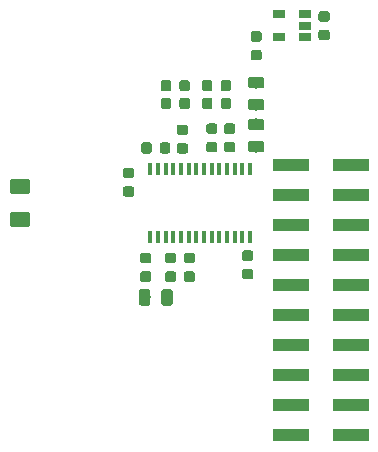
<source format=gbp>
G04 #@! TF.GenerationSoftware,KiCad,Pcbnew,5.1.0*
G04 #@! TF.CreationDate,2019-04-16T15:55:50+02:00*
G04 #@! TF.ProjectId,KXKM_audio_board_for_ESP32,4b584b4d-5f61-4756-9469-6f5f626f6172,1.0*
G04 #@! TF.SameCoordinates,PX82a7440PY6f94740*
G04 #@! TF.FileFunction,Paste,Bot*
G04 #@! TF.FilePolarity,Positive*
%FSLAX46Y46*%
G04 Gerber Fmt 4.6, Leading zero omitted, Abs format (unit mm)*
G04 Created by KiCad (PCBNEW 5.1.0) date 2019-04-16 15:55:50*
%MOMM*%
%LPD*%
G04 APERTURE LIST*
%ADD10C,0.100000*%
%ADD11C,0.875000*%
%ADD12C,0.975000*%
%ADD13R,1.060000X0.650000*%
%ADD14R,3.150000X1.000000*%
%ADD15C,1.250000*%
%ADD16R,0.400000X1.100000*%
G04 APERTURE END LIST*
D10*
G36*
X22277691Y26623947D02*
G01*
X22298926Y26620797D01*
X22319750Y26615581D01*
X22339962Y26608349D01*
X22359368Y26599170D01*
X22377781Y26588134D01*
X22395024Y26575346D01*
X22410930Y26560930D01*
X22425346Y26545024D01*
X22438134Y26527781D01*
X22449170Y26509368D01*
X22458349Y26489962D01*
X22465581Y26469750D01*
X22470797Y26448926D01*
X22473947Y26427691D01*
X22475000Y26406250D01*
X22475000Y25893750D01*
X22473947Y25872309D01*
X22470797Y25851074D01*
X22465581Y25830250D01*
X22458349Y25810038D01*
X22449170Y25790632D01*
X22438134Y25772219D01*
X22425346Y25754976D01*
X22410930Y25739070D01*
X22395024Y25724654D01*
X22377781Y25711866D01*
X22359368Y25700830D01*
X22339962Y25691651D01*
X22319750Y25684419D01*
X22298926Y25679203D01*
X22277691Y25676053D01*
X22256250Y25675000D01*
X21818750Y25675000D01*
X21797309Y25676053D01*
X21776074Y25679203D01*
X21755250Y25684419D01*
X21735038Y25691651D01*
X21715632Y25700830D01*
X21697219Y25711866D01*
X21679976Y25724654D01*
X21664070Y25739070D01*
X21649654Y25754976D01*
X21636866Y25772219D01*
X21625830Y25790632D01*
X21616651Y25810038D01*
X21609419Y25830250D01*
X21604203Y25851074D01*
X21601053Y25872309D01*
X21600000Y25893750D01*
X21600000Y26406250D01*
X21601053Y26427691D01*
X21604203Y26448926D01*
X21609419Y26469750D01*
X21616651Y26489962D01*
X21625830Y26509368D01*
X21636866Y26527781D01*
X21649654Y26545024D01*
X21664070Y26560930D01*
X21679976Y26575346D01*
X21697219Y26588134D01*
X21715632Y26599170D01*
X21735038Y26608349D01*
X21755250Y26615581D01*
X21776074Y26620797D01*
X21797309Y26623947D01*
X21818750Y26625000D01*
X22256250Y26625000D01*
X22277691Y26623947D01*
X22277691Y26623947D01*
G37*
D11*
X22037500Y26150000D03*
D10*
G36*
X20702691Y26623947D02*
G01*
X20723926Y26620797D01*
X20744750Y26615581D01*
X20764962Y26608349D01*
X20784368Y26599170D01*
X20802781Y26588134D01*
X20820024Y26575346D01*
X20835930Y26560930D01*
X20850346Y26545024D01*
X20863134Y26527781D01*
X20874170Y26509368D01*
X20883349Y26489962D01*
X20890581Y26469750D01*
X20895797Y26448926D01*
X20898947Y26427691D01*
X20900000Y26406250D01*
X20900000Y25893750D01*
X20898947Y25872309D01*
X20895797Y25851074D01*
X20890581Y25830250D01*
X20883349Y25810038D01*
X20874170Y25790632D01*
X20863134Y25772219D01*
X20850346Y25754976D01*
X20835930Y25739070D01*
X20820024Y25724654D01*
X20802781Y25711866D01*
X20784368Y25700830D01*
X20764962Y25691651D01*
X20744750Y25684419D01*
X20723926Y25679203D01*
X20702691Y25676053D01*
X20681250Y25675000D01*
X20243750Y25675000D01*
X20222309Y25676053D01*
X20201074Y25679203D01*
X20180250Y25684419D01*
X20160038Y25691651D01*
X20140632Y25700830D01*
X20122219Y25711866D01*
X20104976Y25724654D01*
X20089070Y25739070D01*
X20074654Y25754976D01*
X20061866Y25772219D01*
X20050830Y25790632D01*
X20041651Y25810038D01*
X20034419Y25830250D01*
X20029203Y25851074D01*
X20026053Y25872309D01*
X20025000Y25893750D01*
X20025000Y26406250D01*
X20026053Y26427691D01*
X20029203Y26448926D01*
X20034419Y26469750D01*
X20041651Y26489962D01*
X20050830Y26509368D01*
X20061866Y26527781D01*
X20074654Y26545024D01*
X20089070Y26560930D01*
X20104976Y26575346D01*
X20122219Y26588134D01*
X20140632Y26599170D01*
X20160038Y26608349D01*
X20180250Y26615581D01*
X20201074Y26620797D01*
X20222309Y26623947D01*
X20243750Y26625000D01*
X20681250Y26625000D01*
X20702691Y26623947D01*
X20702691Y26623947D01*
G37*
D11*
X20462500Y26150000D03*
D10*
G36*
X30230142Y26748826D02*
G01*
X30253803Y26745316D01*
X30277007Y26739504D01*
X30299529Y26731446D01*
X30321153Y26721218D01*
X30341670Y26708921D01*
X30360883Y26694671D01*
X30378607Y26678607D01*
X30394671Y26660883D01*
X30408921Y26641670D01*
X30421218Y26621153D01*
X30431446Y26599529D01*
X30439504Y26577007D01*
X30445316Y26553803D01*
X30448826Y26530142D01*
X30450000Y26506250D01*
X30450000Y26018750D01*
X30448826Y25994858D01*
X30445316Y25971197D01*
X30439504Y25947993D01*
X30431446Y25925471D01*
X30421218Y25903847D01*
X30408921Y25883330D01*
X30394671Y25864117D01*
X30378607Y25846393D01*
X30360883Y25830329D01*
X30341670Y25816079D01*
X30321153Y25803782D01*
X30299529Y25793554D01*
X30277007Y25785496D01*
X30253803Y25779684D01*
X30230142Y25776174D01*
X30206250Y25775000D01*
X29293750Y25775000D01*
X29269858Y25776174D01*
X29246197Y25779684D01*
X29222993Y25785496D01*
X29200471Y25793554D01*
X29178847Y25803782D01*
X29158330Y25816079D01*
X29139117Y25830329D01*
X29121393Y25846393D01*
X29105329Y25864117D01*
X29091079Y25883330D01*
X29078782Y25903847D01*
X29068554Y25925471D01*
X29060496Y25947993D01*
X29054684Y25971197D01*
X29051174Y25994858D01*
X29050000Y26018750D01*
X29050000Y26506250D01*
X29051174Y26530142D01*
X29054684Y26553803D01*
X29060496Y26577007D01*
X29068554Y26599529D01*
X29078782Y26621153D01*
X29091079Y26641670D01*
X29105329Y26660883D01*
X29121393Y26678607D01*
X29139117Y26694671D01*
X29158330Y26708921D01*
X29178847Y26721218D01*
X29200471Y26731446D01*
X29222993Y26739504D01*
X29246197Y26745316D01*
X29269858Y26748826D01*
X29293750Y26750000D01*
X30206250Y26750000D01*
X30230142Y26748826D01*
X30230142Y26748826D01*
G37*
D12*
X29750000Y26262500D03*
D10*
G36*
X30230142Y28623826D02*
G01*
X30253803Y28620316D01*
X30277007Y28614504D01*
X30299529Y28606446D01*
X30321153Y28596218D01*
X30341670Y28583921D01*
X30360883Y28569671D01*
X30378607Y28553607D01*
X30394671Y28535883D01*
X30408921Y28516670D01*
X30421218Y28496153D01*
X30431446Y28474529D01*
X30439504Y28452007D01*
X30445316Y28428803D01*
X30448826Y28405142D01*
X30450000Y28381250D01*
X30450000Y27893750D01*
X30448826Y27869858D01*
X30445316Y27846197D01*
X30439504Y27822993D01*
X30431446Y27800471D01*
X30421218Y27778847D01*
X30408921Y27758330D01*
X30394671Y27739117D01*
X30378607Y27721393D01*
X30360883Y27705329D01*
X30341670Y27691079D01*
X30321153Y27678782D01*
X30299529Y27668554D01*
X30277007Y27660496D01*
X30253803Y27654684D01*
X30230142Y27651174D01*
X30206250Y27650000D01*
X29293750Y27650000D01*
X29269858Y27651174D01*
X29246197Y27654684D01*
X29222993Y27660496D01*
X29200471Y27668554D01*
X29178847Y27678782D01*
X29158330Y27691079D01*
X29139117Y27705329D01*
X29121393Y27721393D01*
X29105329Y27739117D01*
X29091079Y27758330D01*
X29078782Y27778847D01*
X29068554Y27800471D01*
X29060496Y27822993D01*
X29054684Y27846197D01*
X29051174Y27869858D01*
X29050000Y27893750D01*
X29050000Y28381250D01*
X29051174Y28405142D01*
X29054684Y28428803D01*
X29060496Y28452007D01*
X29068554Y28474529D01*
X29078782Y28496153D01*
X29091079Y28516670D01*
X29105329Y28535883D01*
X29121393Y28553607D01*
X29139117Y28569671D01*
X29158330Y28583921D01*
X29178847Y28596218D01*
X29200471Y28606446D01*
X29222993Y28614504D01*
X29246197Y28620316D01*
X29269858Y28623826D01*
X29293750Y28625000D01*
X30206250Y28625000D01*
X30230142Y28623826D01*
X30230142Y28623826D01*
G37*
D12*
X29750000Y28137500D03*
D13*
X31650000Y37450000D03*
X31650000Y35550000D03*
X33850000Y35550000D03*
X33850000Y36500000D03*
X33850000Y37450000D03*
D10*
G36*
X24377691Y15698947D02*
G01*
X24398926Y15695797D01*
X24419750Y15690581D01*
X24439962Y15683349D01*
X24459368Y15674170D01*
X24477781Y15663134D01*
X24495024Y15650346D01*
X24510930Y15635930D01*
X24525346Y15620024D01*
X24538134Y15602781D01*
X24549170Y15584368D01*
X24558349Y15564962D01*
X24565581Y15544750D01*
X24570797Y15523926D01*
X24573947Y15502691D01*
X24575000Y15481250D01*
X24575000Y15043750D01*
X24573947Y15022309D01*
X24570797Y15001074D01*
X24565581Y14980250D01*
X24558349Y14960038D01*
X24549170Y14940632D01*
X24538134Y14922219D01*
X24525346Y14904976D01*
X24510930Y14889070D01*
X24495024Y14874654D01*
X24477781Y14861866D01*
X24459368Y14850830D01*
X24439962Y14841651D01*
X24419750Y14834419D01*
X24398926Y14829203D01*
X24377691Y14826053D01*
X24356250Y14825000D01*
X23843750Y14825000D01*
X23822309Y14826053D01*
X23801074Y14829203D01*
X23780250Y14834419D01*
X23760038Y14841651D01*
X23740632Y14850830D01*
X23722219Y14861866D01*
X23704976Y14874654D01*
X23689070Y14889070D01*
X23674654Y14904976D01*
X23661866Y14922219D01*
X23650830Y14940632D01*
X23641651Y14960038D01*
X23634419Y14980250D01*
X23629203Y15001074D01*
X23626053Y15022309D01*
X23625000Y15043750D01*
X23625000Y15481250D01*
X23626053Y15502691D01*
X23629203Y15523926D01*
X23634419Y15544750D01*
X23641651Y15564962D01*
X23650830Y15584368D01*
X23661866Y15602781D01*
X23674654Y15620024D01*
X23689070Y15635930D01*
X23704976Y15650346D01*
X23722219Y15663134D01*
X23740632Y15674170D01*
X23760038Y15683349D01*
X23780250Y15690581D01*
X23801074Y15695797D01*
X23822309Y15698947D01*
X23843750Y15700000D01*
X24356250Y15700000D01*
X24377691Y15698947D01*
X24377691Y15698947D01*
G37*
D11*
X24100000Y15262500D03*
D10*
G36*
X24377691Y17273947D02*
G01*
X24398926Y17270797D01*
X24419750Y17265581D01*
X24439962Y17258349D01*
X24459368Y17249170D01*
X24477781Y17238134D01*
X24495024Y17225346D01*
X24510930Y17210930D01*
X24525346Y17195024D01*
X24538134Y17177781D01*
X24549170Y17159368D01*
X24558349Y17139962D01*
X24565581Y17119750D01*
X24570797Y17098926D01*
X24573947Y17077691D01*
X24575000Y17056250D01*
X24575000Y16618750D01*
X24573947Y16597309D01*
X24570797Y16576074D01*
X24565581Y16555250D01*
X24558349Y16535038D01*
X24549170Y16515632D01*
X24538134Y16497219D01*
X24525346Y16479976D01*
X24510930Y16464070D01*
X24495024Y16449654D01*
X24477781Y16436866D01*
X24459368Y16425830D01*
X24439962Y16416651D01*
X24419750Y16409419D01*
X24398926Y16404203D01*
X24377691Y16401053D01*
X24356250Y16400000D01*
X23843750Y16400000D01*
X23822309Y16401053D01*
X23801074Y16404203D01*
X23780250Y16409419D01*
X23760038Y16416651D01*
X23740632Y16425830D01*
X23722219Y16436866D01*
X23704976Y16449654D01*
X23689070Y16464070D01*
X23674654Y16479976D01*
X23661866Y16497219D01*
X23650830Y16515632D01*
X23641651Y16535038D01*
X23634419Y16555250D01*
X23629203Y16576074D01*
X23626053Y16597309D01*
X23625000Y16618750D01*
X23625000Y17056250D01*
X23626053Y17077691D01*
X23629203Y17098926D01*
X23634419Y17119750D01*
X23641651Y17139962D01*
X23650830Y17159368D01*
X23661866Y17177781D01*
X23674654Y17195024D01*
X23689070Y17210930D01*
X23704976Y17225346D01*
X23722219Y17238134D01*
X23740632Y17249170D01*
X23760038Y17258349D01*
X23780250Y17265581D01*
X23801074Y17270797D01*
X23822309Y17273947D01*
X23843750Y17275000D01*
X24356250Y17275000D01*
X24377691Y17273947D01*
X24377691Y17273947D01*
G37*
D11*
X24100000Y16837500D03*
D14*
X37775000Y24680000D03*
X32725000Y24680000D03*
X37775000Y22140000D03*
X32725000Y22140000D03*
X37775000Y19600000D03*
X32725000Y19600000D03*
X37775000Y17060000D03*
X32725000Y17060000D03*
X37775000Y14520000D03*
X32725000Y14520000D03*
X37775000Y11980000D03*
X32725000Y11980000D03*
X37775000Y9440000D03*
X32725000Y9440000D03*
X37775000Y6900000D03*
X32725000Y6900000D03*
X37775000Y4360000D03*
X32725000Y4360000D03*
X37775000Y1820000D03*
X32725000Y1820000D03*
D10*
G36*
X23927691Y31893947D02*
G01*
X23948926Y31890797D01*
X23969750Y31885581D01*
X23989962Y31878349D01*
X24009368Y31869170D01*
X24027781Y31858134D01*
X24045024Y31845346D01*
X24060930Y31830930D01*
X24075346Y31815024D01*
X24088134Y31797781D01*
X24099170Y31779368D01*
X24108349Y31759962D01*
X24115581Y31739750D01*
X24120797Y31718926D01*
X24123947Y31697691D01*
X24125000Y31676250D01*
X24125000Y31163750D01*
X24123947Y31142309D01*
X24120797Y31121074D01*
X24115581Y31100250D01*
X24108349Y31080038D01*
X24099170Y31060632D01*
X24088134Y31042219D01*
X24075346Y31024976D01*
X24060930Y31009070D01*
X24045024Y30994654D01*
X24027781Y30981866D01*
X24009368Y30970830D01*
X23989962Y30961651D01*
X23969750Y30954419D01*
X23948926Y30949203D01*
X23927691Y30946053D01*
X23906250Y30945000D01*
X23468750Y30945000D01*
X23447309Y30946053D01*
X23426074Y30949203D01*
X23405250Y30954419D01*
X23385038Y30961651D01*
X23365632Y30970830D01*
X23347219Y30981866D01*
X23329976Y30994654D01*
X23314070Y31009070D01*
X23299654Y31024976D01*
X23286866Y31042219D01*
X23275830Y31060632D01*
X23266651Y31080038D01*
X23259419Y31100250D01*
X23254203Y31121074D01*
X23251053Y31142309D01*
X23250000Y31163750D01*
X23250000Y31676250D01*
X23251053Y31697691D01*
X23254203Y31718926D01*
X23259419Y31739750D01*
X23266651Y31759962D01*
X23275830Y31779368D01*
X23286866Y31797781D01*
X23299654Y31815024D01*
X23314070Y31830930D01*
X23329976Y31845346D01*
X23347219Y31858134D01*
X23365632Y31869170D01*
X23385038Y31878349D01*
X23405250Y31885581D01*
X23426074Y31890797D01*
X23447309Y31893947D01*
X23468750Y31895000D01*
X23906250Y31895000D01*
X23927691Y31893947D01*
X23927691Y31893947D01*
G37*
D11*
X23687500Y31420000D03*
D10*
G36*
X22352691Y31893947D02*
G01*
X22373926Y31890797D01*
X22394750Y31885581D01*
X22414962Y31878349D01*
X22434368Y31869170D01*
X22452781Y31858134D01*
X22470024Y31845346D01*
X22485930Y31830930D01*
X22500346Y31815024D01*
X22513134Y31797781D01*
X22524170Y31779368D01*
X22533349Y31759962D01*
X22540581Y31739750D01*
X22545797Y31718926D01*
X22548947Y31697691D01*
X22550000Y31676250D01*
X22550000Y31163750D01*
X22548947Y31142309D01*
X22545797Y31121074D01*
X22540581Y31100250D01*
X22533349Y31080038D01*
X22524170Y31060632D01*
X22513134Y31042219D01*
X22500346Y31024976D01*
X22485930Y31009070D01*
X22470024Y30994654D01*
X22452781Y30981866D01*
X22434368Y30970830D01*
X22414962Y30961651D01*
X22394750Y30954419D01*
X22373926Y30949203D01*
X22352691Y30946053D01*
X22331250Y30945000D01*
X21893750Y30945000D01*
X21872309Y30946053D01*
X21851074Y30949203D01*
X21830250Y30954419D01*
X21810038Y30961651D01*
X21790632Y30970830D01*
X21772219Y30981866D01*
X21754976Y30994654D01*
X21739070Y31009070D01*
X21724654Y31024976D01*
X21711866Y31042219D01*
X21700830Y31060632D01*
X21691651Y31080038D01*
X21684419Y31100250D01*
X21679203Y31121074D01*
X21676053Y31142309D01*
X21675000Y31163750D01*
X21675000Y31676250D01*
X21676053Y31697691D01*
X21679203Y31718926D01*
X21684419Y31739750D01*
X21691651Y31759962D01*
X21700830Y31779368D01*
X21711866Y31797781D01*
X21724654Y31815024D01*
X21739070Y31830930D01*
X21754976Y31845346D01*
X21772219Y31858134D01*
X21790632Y31869170D01*
X21810038Y31878349D01*
X21830250Y31885581D01*
X21851074Y31890797D01*
X21872309Y31893947D01*
X21893750Y31895000D01*
X22331250Y31895000D01*
X22352691Y31893947D01*
X22352691Y31893947D01*
G37*
D11*
X22112500Y31420000D03*
D10*
G36*
X20677691Y15698947D02*
G01*
X20698926Y15695797D01*
X20719750Y15690581D01*
X20739962Y15683349D01*
X20759368Y15674170D01*
X20777781Y15663134D01*
X20795024Y15650346D01*
X20810930Y15635930D01*
X20825346Y15620024D01*
X20838134Y15602781D01*
X20849170Y15584368D01*
X20858349Y15564962D01*
X20865581Y15544750D01*
X20870797Y15523926D01*
X20873947Y15502691D01*
X20875000Y15481250D01*
X20875000Y15043750D01*
X20873947Y15022309D01*
X20870797Y15001074D01*
X20865581Y14980250D01*
X20858349Y14960038D01*
X20849170Y14940632D01*
X20838134Y14922219D01*
X20825346Y14904976D01*
X20810930Y14889070D01*
X20795024Y14874654D01*
X20777781Y14861866D01*
X20759368Y14850830D01*
X20739962Y14841651D01*
X20719750Y14834419D01*
X20698926Y14829203D01*
X20677691Y14826053D01*
X20656250Y14825000D01*
X20143750Y14825000D01*
X20122309Y14826053D01*
X20101074Y14829203D01*
X20080250Y14834419D01*
X20060038Y14841651D01*
X20040632Y14850830D01*
X20022219Y14861866D01*
X20004976Y14874654D01*
X19989070Y14889070D01*
X19974654Y14904976D01*
X19961866Y14922219D01*
X19950830Y14940632D01*
X19941651Y14960038D01*
X19934419Y14980250D01*
X19929203Y15001074D01*
X19926053Y15022309D01*
X19925000Y15043750D01*
X19925000Y15481250D01*
X19926053Y15502691D01*
X19929203Y15523926D01*
X19934419Y15544750D01*
X19941651Y15564962D01*
X19950830Y15584368D01*
X19961866Y15602781D01*
X19974654Y15620024D01*
X19989070Y15635930D01*
X20004976Y15650346D01*
X20022219Y15663134D01*
X20040632Y15674170D01*
X20060038Y15683349D01*
X20080250Y15690581D01*
X20101074Y15695797D01*
X20122309Y15698947D01*
X20143750Y15700000D01*
X20656250Y15700000D01*
X20677691Y15698947D01*
X20677691Y15698947D01*
G37*
D11*
X20400000Y15262500D03*
D10*
G36*
X20677691Y17273947D02*
G01*
X20698926Y17270797D01*
X20719750Y17265581D01*
X20739962Y17258349D01*
X20759368Y17249170D01*
X20777781Y17238134D01*
X20795024Y17225346D01*
X20810930Y17210930D01*
X20825346Y17195024D01*
X20838134Y17177781D01*
X20849170Y17159368D01*
X20858349Y17139962D01*
X20865581Y17119750D01*
X20870797Y17098926D01*
X20873947Y17077691D01*
X20875000Y17056250D01*
X20875000Y16618750D01*
X20873947Y16597309D01*
X20870797Y16576074D01*
X20865581Y16555250D01*
X20858349Y16535038D01*
X20849170Y16515632D01*
X20838134Y16497219D01*
X20825346Y16479976D01*
X20810930Y16464070D01*
X20795024Y16449654D01*
X20777781Y16436866D01*
X20759368Y16425830D01*
X20739962Y16416651D01*
X20719750Y16409419D01*
X20698926Y16404203D01*
X20677691Y16401053D01*
X20656250Y16400000D01*
X20143750Y16400000D01*
X20122309Y16401053D01*
X20101074Y16404203D01*
X20080250Y16409419D01*
X20060038Y16416651D01*
X20040632Y16425830D01*
X20022219Y16436866D01*
X20004976Y16449654D01*
X19989070Y16464070D01*
X19974654Y16479976D01*
X19961866Y16497219D01*
X19950830Y16515632D01*
X19941651Y16535038D01*
X19934419Y16555250D01*
X19929203Y16576074D01*
X19926053Y16597309D01*
X19925000Y16618750D01*
X19925000Y17056250D01*
X19926053Y17077691D01*
X19929203Y17098926D01*
X19934419Y17119750D01*
X19941651Y17139962D01*
X19950830Y17159368D01*
X19961866Y17177781D01*
X19974654Y17195024D01*
X19989070Y17210930D01*
X20004976Y17225346D01*
X20022219Y17238134D01*
X20040632Y17249170D01*
X20060038Y17258349D01*
X20080250Y17265581D01*
X20101074Y17270797D01*
X20122309Y17273947D01*
X20143750Y17275000D01*
X20656250Y17275000D01*
X20677691Y17273947D01*
X20677691Y17273947D01*
G37*
D11*
X20400000Y16837500D03*
D10*
G36*
X22455142Y14198826D02*
G01*
X22478803Y14195316D01*
X22502007Y14189504D01*
X22524529Y14181446D01*
X22546153Y14171218D01*
X22566670Y14158921D01*
X22585883Y14144671D01*
X22603607Y14128607D01*
X22619671Y14110883D01*
X22633921Y14091670D01*
X22646218Y14071153D01*
X22656446Y14049529D01*
X22664504Y14027007D01*
X22670316Y14003803D01*
X22673826Y13980142D01*
X22675000Y13956250D01*
X22675000Y13043750D01*
X22673826Y13019858D01*
X22670316Y12996197D01*
X22664504Y12972993D01*
X22656446Y12950471D01*
X22646218Y12928847D01*
X22633921Y12908330D01*
X22619671Y12889117D01*
X22603607Y12871393D01*
X22585883Y12855329D01*
X22566670Y12841079D01*
X22546153Y12828782D01*
X22524529Y12818554D01*
X22502007Y12810496D01*
X22478803Y12804684D01*
X22455142Y12801174D01*
X22431250Y12800000D01*
X21943750Y12800000D01*
X21919858Y12801174D01*
X21896197Y12804684D01*
X21872993Y12810496D01*
X21850471Y12818554D01*
X21828847Y12828782D01*
X21808330Y12841079D01*
X21789117Y12855329D01*
X21771393Y12871393D01*
X21755329Y12889117D01*
X21741079Y12908330D01*
X21728782Y12928847D01*
X21718554Y12950471D01*
X21710496Y12972993D01*
X21704684Y12996197D01*
X21701174Y13019858D01*
X21700000Y13043750D01*
X21700000Y13956250D01*
X21701174Y13980142D01*
X21704684Y14003803D01*
X21710496Y14027007D01*
X21718554Y14049529D01*
X21728782Y14071153D01*
X21741079Y14091670D01*
X21755329Y14110883D01*
X21771393Y14128607D01*
X21789117Y14144671D01*
X21808330Y14158921D01*
X21828847Y14171218D01*
X21850471Y14181446D01*
X21872993Y14189504D01*
X21896197Y14195316D01*
X21919858Y14198826D01*
X21943750Y14200000D01*
X22431250Y14200000D01*
X22455142Y14198826D01*
X22455142Y14198826D01*
G37*
D12*
X22187500Y13500000D03*
D10*
G36*
X20580142Y14198826D02*
G01*
X20603803Y14195316D01*
X20627007Y14189504D01*
X20649529Y14181446D01*
X20671153Y14171218D01*
X20691670Y14158921D01*
X20710883Y14144671D01*
X20728607Y14128607D01*
X20744671Y14110883D01*
X20758921Y14091670D01*
X20771218Y14071153D01*
X20781446Y14049529D01*
X20789504Y14027007D01*
X20795316Y14003803D01*
X20798826Y13980142D01*
X20800000Y13956250D01*
X20800000Y13043750D01*
X20798826Y13019858D01*
X20795316Y12996197D01*
X20789504Y12972993D01*
X20781446Y12950471D01*
X20771218Y12928847D01*
X20758921Y12908330D01*
X20744671Y12889117D01*
X20728607Y12871393D01*
X20710883Y12855329D01*
X20691670Y12841079D01*
X20671153Y12828782D01*
X20649529Y12818554D01*
X20627007Y12810496D01*
X20603803Y12804684D01*
X20580142Y12801174D01*
X20556250Y12800000D01*
X20068750Y12800000D01*
X20044858Y12801174D01*
X20021197Y12804684D01*
X19997993Y12810496D01*
X19975471Y12818554D01*
X19953847Y12828782D01*
X19933330Y12841079D01*
X19914117Y12855329D01*
X19896393Y12871393D01*
X19880329Y12889117D01*
X19866079Y12908330D01*
X19853782Y12928847D01*
X19843554Y12950471D01*
X19835496Y12972993D01*
X19829684Y12996197D01*
X19826174Y13019858D01*
X19825000Y13043750D01*
X19825000Y13956250D01*
X19826174Y13980142D01*
X19829684Y14003803D01*
X19835496Y14027007D01*
X19843554Y14049529D01*
X19853782Y14071153D01*
X19866079Y14091670D01*
X19880329Y14110883D01*
X19896393Y14128607D01*
X19914117Y14144671D01*
X19933330Y14158921D01*
X19953847Y14171218D01*
X19975471Y14181446D01*
X19997993Y14189504D01*
X20021197Y14195316D01*
X20044858Y14198826D01*
X20068750Y14200000D01*
X20556250Y14200000D01*
X20580142Y14198826D01*
X20580142Y14198826D01*
G37*
D12*
X20312500Y13500000D03*
D10*
G36*
X10399504Y23523796D02*
G01*
X10423773Y23520196D01*
X10447571Y23514235D01*
X10470671Y23505970D01*
X10492849Y23495480D01*
X10513893Y23482867D01*
X10533598Y23468253D01*
X10551777Y23451777D01*
X10568253Y23433598D01*
X10582867Y23413893D01*
X10595480Y23392849D01*
X10605970Y23370671D01*
X10614235Y23347571D01*
X10620196Y23323773D01*
X10623796Y23299504D01*
X10625000Y23275000D01*
X10625000Y22525000D01*
X10623796Y22500496D01*
X10620196Y22476227D01*
X10614235Y22452429D01*
X10605970Y22429329D01*
X10595480Y22407151D01*
X10582867Y22386107D01*
X10568253Y22366402D01*
X10551777Y22348223D01*
X10533598Y22331747D01*
X10513893Y22317133D01*
X10492849Y22304520D01*
X10470671Y22294030D01*
X10447571Y22285765D01*
X10423773Y22279804D01*
X10399504Y22276204D01*
X10375000Y22275000D01*
X9125000Y22275000D01*
X9100496Y22276204D01*
X9076227Y22279804D01*
X9052429Y22285765D01*
X9029329Y22294030D01*
X9007151Y22304520D01*
X8986107Y22317133D01*
X8966402Y22331747D01*
X8948223Y22348223D01*
X8931747Y22366402D01*
X8917133Y22386107D01*
X8904520Y22407151D01*
X8894030Y22429329D01*
X8885765Y22452429D01*
X8879804Y22476227D01*
X8876204Y22500496D01*
X8875000Y22525000D01*
X8875000Y23275000D01*
X8876204Y23299504D01*
X8879804Y23323773D01*
X8885765Y23347571D01*
X8894030Y23370671D01*
X8904520Y23392849D01*
X8917133Y23413893D01*
X8931747Y23433598D01*
X8948223Y23451777D01*
X8966402Y23468253D01*
X8986107Y23482867D01*
X9007151Y23495480D01*
X9029329Y23505970D01*
X9052429Y23514235D01*
X9076227Y23520196D01*
X9100496Y23523796D01*
X9125000Y23525000D01*
X10375000Y23525000D01*
X10399504Y23523796D01*
X10399504Y23523796D01*
G37*
D15*
X9750000Y22900000D03*
D10*
G36*
X10399504Y20723796D02*
G01*
X10423773Y20720196D01*
X10447571Y20714235D01*
X10470671Y20705970D01*
X10492849Y20695480D01*
X10513893Y20682867D01*
X10533598Y20668253D01*
X10551777Y20651777D01*
X10568253Y20633598D01*
X10582867Y20613893D01*
X10595480Y20592849D01*
X10605970Y20570671D01*
X10614235Y20547571D01*
X10620196Y20523773D01*
X10623796Y20499504D01*
X10625000Y20475000D01*
X10625000Y19725000D01*
X10623796Y19700496D01*
X10620196Y19676227D01*
X10614235Y19652429D01*
X10605970Y19629329D01*
X10595480Y19607151D01*
X10582867Y19586107D01*
X10568253Y19566402D01*
X10551777Y19548223D01*
X10533598Y19531747D01*
X10513893Y19517133D01*
X10492849Y19504520D01*
X10470671Y19494030D01*
X10447571Y19485765D01*
X10423773Y19479804D01*
X10399504Y19476204D01*
X10375000Y19475000D01*
X9125000Y19475000D01*
X9100496Y19476204D01*
X9076227Y19479804D01*
X9052429Y19485765D01*
X9029329Y19494030D01*
X9007151Y19504520D01*
X8986107Y19517133D01*
X8966402Y19531747D01*
X8948223Y19548223D01*
X8931747Y19566402D01*
X8917133Y19586107D01*
X8904520Y19607151D01*
X8894030Y19629329D01*
X8885765Y19652429D01*
X8879804Y19676227D01*
X8876204Y19700496D01*
X8875000Y19725000D01*
X8875000Y20475000D01*
X8876204Y20499504D01*
X8879804Y20523773D01*
X8885765Y20547571D01*
X8894030Y20570671D01*
X8904520Y20592849D01*
X8917133Y20613893D01*
X8931747Y20633598D01*
X8948223Y20651777D01*
X8966402Y20668253D01*
X8986107Y20682867D01*
X9007151Y20695480D01*
X9029329Y20705970D01*
X9052429Y20714235D01*
X9076227Y20720196D01*
X9100496Y20723796D01*
X9125000Y20725000D01*
X10375000Y20725000D01*
X10399504Y20723796D01*
X10399504Y20723796D01*
G37*
D15*
X9750000Y20100000D03*
D10*
G36*
X29302691Y15898947D02*
G01*
X29323926Y15895797D01*
X29344750Y15890581D01*
X29364962Y15883349D01*
X29384368Y15874170D01*
X29402781Y15863134D01*
X29420024Y15850346D01*
X29435930Y15835930D01*
X29450346Y15820024D01*
X29463134Y15802781D01*
X29474170Y15784368D01*
X29483349Y15764962D01*
X29490581Y15744750D01*
X29495797Y15723926D01*
X29498947Y15702691D01*
X29500000Y15681250D01*
X29500000Y15243750D01*
X29498947Y15222309D01*
X29495797Y15201074D01*
X29490581Y15180250D01*
X29483349Y15160038D01*
X29474170Y15140632D01*
X29463134Y15122219D01*
X29450346Y15104976D01*
X29435930Y15089070D01*
X29420024Y15074654D01*
X29402781Y15061866D01*
X29384368Y15050830D01*
X29364962Y15041651D01*
X29344750Y15034419D01*
X29323926Y15029203D01*
X29302691Y15026053D01*
X29281250Y15025000D01*
X28768750Y15025000D01*
X28747309Y15026053D01*
X28726074Y15029203D01*
X28705250Y15034419D01*
X28685038Y15041651D01*
X28665632Y15050830D01*
X28647219Y15061866D01*
X28629976Y15074654D01*
X28614070Y15089070D01*
X28599654Y15104976D01*
X28586866Y15122219D01*
X28575830Y15140632D01*
X28566651Y15160038D01*
X28559419Y15180250D01*
X28554203Y15201074D01*
X28551053Y15222309D01*
X28550000Y15243750D01*
X28550000Y15681250D01*
X28551053Y15702691D01*
X28554203Y15723926D01*
X28559419Y15744750D01*
X28566651Y15764962D01*
X28575830Y15784368D01*
X28586866Y15802781D01*
X28599654Y15820024D01*
X28614070Y15835930D01*
X28629976Y15850346D01*
X28647219Y15863134D01*
X28665632Y15874170D01*
X28685038Y15883349D01*
X28705250Y15890581D01*
X28726074Y15895797D01*
X28747309Y15898947D01*
X28768750Y15900000D01*
X29281250Y15900000D01*
X29302691Y15898947D01*
X29302691Y15898947D01*
G37*
D11*
X29025000Y15462500D03*
D10*
G36*
X29302691Y17473947D02*
G01*
X29323926Y17470797D01*
X29344750Y17465581D01*
X29364962Y17458349D01*
X29384368Y17449170D01*
X29402781Y17438134D01*
X29420024Y17425346D01*
X29435930Y17410930D01*
X29450346Y17395024D01*
X29463134Y17377781D01*
X29474170Y17359368D01*
X29483349Y17339962D01*
X29490581Y17319750D01*
X29495797Y17298926D01*
X29498947Y17277691D01*
X29500000Y17256250D01*
X29500000Y16818750D01*
X29498947Y16797309D01*
X29495797Y16776074D01*
X29490581Y16755250D01*
X29483349Y16735038D01*
X29474170Y16715632D01*
X29463134Y16697219D01*
X29450346Y16679976D01*
X29435930Y16664070D01*
X29420024Y16649654D01*
X29402781Y16636866D01*
X29384368Y16625830D01*
X29364962Y16616651D01*
X29344750Y16609419D01*
X29323926Y16604203D01*
X29302691Y16601053D01*
X29281250Y16600000D01*
X28768750Y16600000D01*
X28747309Y16601053D01*
X28726074Y16604203D01*
X28705250Y16609419D01*
X28685038Y16616651D01*
X28665632Y16625830D01*
X28647219Y16636866D01*
X28629976Y16649654D01*
X28614070Y16664070D01*
X28599654Y16679976D01*
X28586866Y16697219D01*
X28575830Y16715632D01*
X28566651Y16735038D01*
X28559419Y16755250D01*
X28554203Y16776074D01*
X28551053Y16797309D01*
X28550000Y16818750D01*
X28550000Y17256250D01*
X28551053Y17277691D01*
X28554203Y17298926D01*
X28559419Y17319750D01*
X28566651Y17339962D01*
X28575830Y17359368D01*
X28586866Y17377781D01*
X28599654Y17395024D01*
X28614070Y17410930D01*
X28629976Y17425346D01*
X28647219Y17438134D01*
X28665632Y17449170D01*
X28685038Y17458349D01*
X28705250Y17465581D01*
X28726074Y17470797D01*
X28747309Y17473947D01*
X28768750Y17475000D01*
X29281250Y17475000D01*
X29302691Y17473947D01*
X29302691Y17473947D01*
G37*
D11*
X29025000Y17037500D03*
D16*
X20775000Y18650000D03*
X21425000Y18650000D03*
X22075000Y18650000D03*
X22725000Y18650000D03*
X23375000Y18650000D03*
X24025000Y18650000D03*
X24675000Y18650000D03*
X25325000Y18650000D03*
X25975000Y18650000D03*
X26625000Y18650000D03*
X27275000Y18650000D03*
X27925000Y18650000D03*
X28575000Y18650000D03*
X29225000Y18650000D03*
X29225000Y24350000D03*
X28575000Y24350000D03*
X27925000Y24350000D03*
X27275000Y24350000D03*
X26625000Y24350000D03*
X25975000Y24350000D03*
X25325000Y24350000D03*
X24675000Y24350000D03*
X24025000Y24350000D03*
X23375000Y24350000D03*
X22725000Y24350000D03*
X22075000Y24350000D03*
X21425000Y24350000D03*
X20775000Y24350000D03*
D10*
G36*
X27427691Y30393947D02*
G01*
X27448926Y30390797D01*
X27469750Y30385581D01*
X27489962Y30378349D01*
X27509368Y30369170D01*
X27527781Y30358134D01*
X27545024Y30345346D01*
X27560930Y30330930D01*
X27575346Y30315024D01*
X27588134Y30297781D01*
X27599170Y30279368D01*
X27608349Y30259962D01*
X27615581Y30239750D01*
X27620797Y30218926D01*
X27623947Y30197691D01*
X27625000Y30176250D01*
X27625000Y29663750D01*
X27623947Y29642309D01*
X27620797Y29621074D01*
X27615581Y29600250D01*
X27608349Y29580038D01*
X27599170Y29560632D01*
X27588134Y29542219D01*
X27575346Y29524976D01*
X27560930Y29509070D01*
X27545024Y29494654D01*
X27527781Y29481866D01*
X27509368Y29470830D01*
X27489962Y29461651D01*
X27469750Y29454419D01*
X27448926Y29449203D01*
X27427691Y29446053D01*
X27406250Y29445000D01*
X26968750Y29445000D01*
X26947309Y29446053D01*
X26926074Y29449203D01*
X26905250Y29454419D01*
X26885038Y29461651D01*
X26865632Y29470830D01*
X26847219Y29481866D01*
X26829976Y29494654D01*
X26814070Y29509070D01*
X26799654Y29524976D01*
X26786866Y29542219D01*
X26775830Y29560632D01*
X26766651Y29580038D01*
X26759419Y29600250D01*
X26754203Y29621074D01*
X26751053Y29642309D01*
X26750000Y29663750D01*
X26750000Y30176250D01*
X26751053Y30197691D01*
X26754203Y30218926D01*
X26759419Y30239750D01*
X26766651Y30259962D01*
X26775830Y30279368D01*
X26786866Y30297781D01*
X26799654Y30315024D01*
X26814070Y30330930D01*
X26829976Y30345346D01*
X26847219Y30358134D01*
X26865632Y30369170D01*
X26885038Y30378349D01*
X26905250Y30385581D01*
X26926074Y30390797D01*
X26947309Y30393947D01*
X26968750Y30395000D01*
X27406250Y30395000D01*
X27427691Y30393947D01*
X27427691Y30393947D01*
G37*
D11*
X27187500Y29920000D03*
D10*
G36*
X25852691Y30393947D02*
G01*
X25873926Y30390797D01*
X25894750Y30385581D01*
X25914962Y30378349D01*
X25934368Y30369170D01*
X25952781Y30358134D01*
X25970024Y30345346D01*
X25985930Y30330930D01*
X26000346Y30315024D01*
X26013134Y30297781D01*
X26024170Y30279368D01*
X26033349Y30259962D01*
X26040581Y30239750D01*
X26045797Y30218926D01*
X26048947Y30197691D01*
X26050000Y30176250D01*
X26050000Y29663750D01*
X26048947Y29642309D01*
X26045797Y29621074D01*
X26040581Y29600250D01*
X26033349Y29580038D01*
X26024170Y29560632D01*
X26013134Y29542219D01*
X26000346Y29524976D01*
X25985930Y29509070D01*
X25970024Y29494654D01*
X25952781Y29481866D01*
X25934368Y29470830D01*
X25914962Y29461651D01*
X25894750Y29454419D01*
X25873926Y29449203D01*
X25852691Y29446053D01*
X25831250Y29445000D01*
X25393750Y29445000D01*
X25372309Y29446053D01*
X25351074Y29449203D01*
X25330250Y29454419D01*
X25310038Y29461651D01*
X25290632Y29470830D01*
X25272219Y29481866D01*
X25254976Y29494654D01*
X25239070Y29509070D01*
X25224654Y29524976D01*
X25211866Y29542219D01*
X25200830Y29560632D01*
X25191651Y29580038D01*
X25184419Y29600250D01*
X25179203Y29621074D01*
X25176053Y29642309D01*
X25175000Y29663750D01*
X25175000Y30176250D01*
X25176053Y30197691D01*
X25179203Y30218926D01*
X25184419Y30239750D01*
X25191651Y30259962D01*
X25200830Y30279368D01*
X25211866Y30297781D01*
X25224654Y30315024D01*
X25239070Y30330930D01*
X25254976Y30345346D01*
X25272219Y30358134D01*
X25290632Y30369170D01*
X25310038Y30378349D01*
X25330250Y30385581D01*
X25351074Y30390797D01*
X25372309Y30393947D01*
X25393750Y30395000D01*
X25831250Y30395000D01*
X25852691Y30393947D01*
X25852691Y30393947D01*
G37*
D11*
X25612500Y29920000D03*
D10*
G36*
X23927691Y30393947D02*
G01*
X23948926Y30390797D01*
X23969750Y30385581D01*
X23989962Y30378349D01*
X24009368Y30369170D01*
X24027781Y30358134D01*
X24045024Y30345346D01*
X24060930Y30330930D01*
X24075346Y30315024D01*
X24088134Y30297781D01*
X24099170Y30279368D01*
X24108349Y30259962D01*
X24115581Y30239750D01*
X24120797Y30218926D01*
X24123947Y30197691D01*
X24125000Y30176250D01*
X24125000Y29663750D01*
X24123947Y29642309D01*
X24120797Y29621074D01*
X24115581Y29600250D01*
X24108349Y29580038D01*
X24099170Y29560632D01*
X24088134Y29542219D01*
X24075346Y29524976D01*
X24060930Y29509070D01*
X24045024Y29494654D01*
X24027781Y29481866D01*
X24009368Y29470830D01*
X23989962Y29461651D01*
X23969750Y29454419D01*
X23948926Y29449203D01*
X23927691Y29446053D01*
X23906250Y29445000D01*
X23468750Y29445000D01*
X23447309Y29446053D01*
X23426074Y29449203D01*
X23405250Y29454419D01*
X23385038Y29461651D01*
X23365632Y29470830D01*
X23347219Y29481866D01*
X23329976Y29494654D01*
X23314070Y29509070D01*
X23299654Y29524976D01*
X23286866Y29542219D01*
X23275830Y29560632D01*
X23266651Y29580038D01*
X23259419Y29600250D01*
X23254203Y29621074D01*
X23251053Y29642309D01*
X23250000Y29663750D01*
X23250000Y30176250D01*
X23251053Y30197691D01*
X23254203Y30218926D01*
X23259419Y30239750D01*
X23266651Y30259962D01*
X23275830Y30279368D01*
X23286866Y30297781D01*
X23299654Y30315024D01*
X23314070Y30330930D01*
X23329976Y30345346D01*
X23347219Y30358134D01*
X23365632Y30369170D01*
X23385038Y30378349D01*
X23405250Y30385581D01*
X23426074Y30390797D01*
X23447309Y30393947D01*
X23468750Y30395000D01*
X23906250Y30395000D01*
X23927691Y30393947D01*
X23927691Y30393947D01*
G37*
D11*
X23687500Y29920000D03*
D10*
G36*
X22352691Y30393947D02*
G01*
X22373926Y30390797D01*
X22394750Y30385581D01*
X22414962Y30378349D01*
X22434368Y30369170D01*
X22452781Y30358134D01*
X22470024Y30345346D01*
X22485930Y30330930D01*
X22500346Y30315024D01*
X22513134Y30297781D01*
X22524170Y30279368D01*
X22533349Y30259962D01*
X22540581Y30239750D01*
X22545797Y30218926D01*
X22548947Y30197691D01*
X22550000Y30176250D01*
X22550000Y29663750D01*
X22548947Y29642309D01*
X22545797Y29621074D01*
X22540581Y29600250D01*
X22533349Y29580038D01*
X22524170Y29560632D01*
X22513134Y29542219D01*
X22500346Y29524976D01*
X22485930Y29509070D01*
X22470024Y29494654D01*
X22452781Y29481866D01*
X22434368Y29470830D01*
X22414962Y29461651D01*
X22394750Y29454419D01*
X22373926Y29449203D01*
X22352691Y29446053D01*
X22331250Y29445000D01*
X21893750Y29445000D01*
X21872309Y29446053D01*
X21851074Y29449203D01*
X21830250Y29454419D01*
X21810038Y29461651D01*
X21790632Y29470830D01*
X21772219Y29481866D01*
X21754976Y29494654D01*
X21739070Y29509070D01*
X21724654Y29524976D01*
X21711866Y29542219D01*
X21700830Y29560632D01*
X21691651Y29580038D01*
X21684419Y29600250D01*
X21679203Y29621074D01*
X21676053Y29642309D01*
X21675000Y29663750D01*
X21675000Y30176250D01*
X21676053Y30197691D01*
X21679203Y30218926D01*
X21684419Y30239750D01*
X21691651Y30259962D01*
X21700830Y30279368D01*
X21711866Y30297781D01*
X21724654Y30315024D01*
X21739070Y30330930D01*
X21754976Y30345346D01*
X21772219Y30358134D01*
X21790632Y30369170D01*
X21810038Y30378349D01*
X21830250Y30385581D01*
X21851074Y30390797D01*
X21872309Y30393947D01*
X21893750Y30395000D01*
X22331250Y30395000D01*
X22352691Y30393947D01*
X22352691Y30393947D01*
G37*
D11*
X22112500Y29920000D03*
D10*
G36*
X25852691Y31893947D02*
G01*
X25873926Y31890797D01*
X25894750Y31885581D01*
X25914962Y31878349D01*
X25934368Y31869170D01*
X25952781Y31858134D01*
X25970024Y31845346D01*
X25985930Y31830930D01*
X26000346Y31815024D01*
X26013134Y31797781D01*
X26024170Y31779368D01*
X26033349Y31759962D01*
X26040581Y31739750D01*
X26045797Y31718926D01*
X26048947Y31697691D01*
X26050000Y31676250D01*
X26050000Y31163750D01*
X26048947Y31142309D01*
X26045797Y31121074D01*
X26040581Y31100250D01*
X26033349Y31080038D01*
X26024170Y31060632D01*
X26013134Y31042219D01*
X26000346Y31024976D01*
X25985930Y31009070D01*
X25970024Y30994654D01*
X25952781Y30981866D01*
X25934368Y30970830D01*
X25914962Y30961651D01*
X25894750Y30954419D01*
X25873926Y30949203D01*
X25852691Y30946053D01*
X25831250Y30945000D01*
X25393750Y30945000D01*
X25372309Y30946053D01*
X25351074Y30949203D01*
X25330250Y30954419D01*
X25310038Y30961651D01*
X25290632Y30970830D01*
X25272219Y30981866D01*
X25254976Y30994654D01*
X25239070Y31009070D01*
X25224654Y31024976D01*
X25211866Y31042219D01*
X25200830Y31060632D01*
X25191651Y31080038D01*
X25184419Y31100250D01*
X25179203Y31121074D01*
X25176053Y31142309D01*
X25175000Y31163750D01*
X25175000Y31676250D01*
X25176053Y31697691D01*
X25179203Y31718926D01*
X25184419Y31739750D01*
X25191651Y31759962D01*
X25200830Y31779368D01*
X25211866Y31797781D01*
X25224654Y31815024D01*
X25239070Y31830930D01*
X25254976Y31845346D01*
X25272219Y31858134D01*
X25290632Y31869170D01*
X25310038Y31878349D01*
X25330250Y31885581D01*
X25351074Y31890797D01*
X25372309Y31893947D01*
X25393750Y31895000D01*
X25831250Y31895000D01*
X25852691Y31893947D01*
X25852691Y31893947D01*
G37*
D11*
X25612500Y31420000D03*
D10*
G36*
X27427691Y31893947D02*
G01*
X27448926Y31890797D01*
X27469750Y31885581D01*
X27489962Y31878349D01*
X27509368Y31869170D01*
X27527781Y31858134D01*
X27545024Y31845346D01*
X27560930Y31830930D01*
X27575346Y31815024D01*
X27588134Y31797781D01*
X27599170Y31779368D01*
X27608349Y31759962D01*
X27615581Y31739750D01*
X27620797Y31718926D01*
X27623947Y31697691D01*
X27625000Y31676250D01*
X27625000Y31163750D01*
X27623947Y31142309D01*
X27620797Y31121074D01*
X27615581Y31100250D01*
X27608349Y31080038D01*
X27599170Y31060632D01*
X27588134Y31042219D01*
X27575346Y31024976D01*
X27560930Y31009070D01*
X27545024Y30994654D01*
X27527781Y30981866D01*
X27509368Y30970830D01*
X27489962Y30961651D01*
X27469750Y30954419D01*
X27448926Y30949203D01*
X27427691Y30946053D01*
X27406250Y30945000D01*
X26968750Y30945000D01*
X26947309Y30946053D01*
X26926074Y30949203D01*
X26905250Y30954419D01*
X26885038Y30961651D01*
X26865632Y30970830D01*
X26847219Y30981866D01*
X26829976Y30994654D01*
X26814070Y31009070D01*
X26799654Y31024976D01*
X26786866Y31042219D01*
X26775830Y31060632D01*
X26766651Y31080038D01*
X26759419Y31100250D01*
X26754203Y31121074D01*
X26751053Y31142309D01*
X26750000Y31163750D01*
X26750000Y31676250D01*
X26751053Y31697691D01*
X26754203Y31718926D01*
X26759419Y31739750D01*
X26766651Y31759962D01*
X26775830Y31779368D01*
X26786866Y31797781D01*
X26799654Y31815024D01*
X26814070Y31830930D01*
X26829976Y31845346D01*
X26847219Y31858134D01*
X26865632Y31869170D01*
X26885038Y31878349D01*
X26905250Y31885581D01*
X26926074Y31890797D01*
X26947309Y31893947D01*
X26968750Y31895000D01*
X27406250Y31895000D01*
X27427691Y31893947D01*
X27427691Y31893947D01*
G37*
D11*
X27187500Y31420000D03*
D10*
G36*
X22777691Y17273947D02*
G01*
X22798926Y17270797D01*
X22819750Y17265581D01*
X22839962Y17258349D01*
X22859368Y17249170D01*
X22877781Y17238134D01*
X22895024Y17225346D01*
X22910930Y17210930D01*
X22925346Y17195024D01*
X22938134Y17177781D01*
X22949170Y17159368D01*
X22958349Y17139962D01*
X22965581Y17119750D01*
X22970797Y17098926D01*
X22973947Y17077691D01*
X22975000Y17056250D01*
X22975000Y16618750D01*
X22973947Y16597309D01*
X22970797Y16576074D01*
X22965581Y16555250D01*
X22958349Y16535038D01*
X22949170Y16515632D01*
X22938134Y16497219D01*
X22925346Y16479976D01*
X22910930Y16464070D01*
X22895024Y16449654D01*
X22877781Y16436866D01*
X22859368Y16425830D01*
X22839962Y16416651D01*
X22819750Y16409419D01*
X22798926Y16404203D01*
X22777691Y16401053D01*
X22756250Y16400000D01*
X22243750Y16400000D01*
X22222309Y16401053D01*
X22201074Y16404203D01*
X22180250Y16409419D01*
X22160038Y16416651D01*
X22140632Y16425830D01*
X22122219Y16436866D01*
X22104976Y16449654D01*
X22089070Y16464070D01*
X22074654Y16479976D01*
X22061866Y16497219D01*
X22050830Y16515632D01*
X22041651Y16535038D01*
X22034419Y16555250D01*
X22029203Y16576074D01*
X22026053Y16597309D01*
X22025000Y16618750D01*
X22025000Y17056250D01*
X22026053Y17077691D01*
X22029203Y17098926D01*
X22034419Y17119750D01*
X22041651Y17139962D01*
X22050830Y17159368D01*
X22061866Y17177781D01*
X22074654Y17195024D01*
X22089070Y17210930D01*
X22104976Y17225346D01*
X22122219Y17238134D01*
X22140632Y17249170D01*
X22160038Y17258349D01*
X22180250Y17265581D01*
X22201074Y17270797D01*
X22222309Y17273947D01*
X22243750Y17275000D01*
X22756250Y17275000D01*
X22777691Y17273947D01*
X22777691Y17273947D01*
G37*
D11*
X22500000Y16837500D03*
D10*
G36*
X22777691Y15698947D02*
G01*
X22798926Y15695797D01*
X22819750Y15690581D01*
X22839962Y15683349D01*
X22859368Y15674170D01*
X22877781Y15663134D01*
X22895024Y15650346D01*
X22910930Y15635930D01*
X22925346Y15620024D01*
X22938134Y15602781D01*
X22949170Y15584368D01*
X22958349Y15564962D01*
X22965581Y15544750D01*
X22970797Y15523926D01*
X22973947Y15502691D01*
X22975000Y15481250D01*
X22975000Y15043750D01*
X22973947Y15022309D01*
X22970797Y15001074D01*
X22965581Y14980250D01*
X22958349Y14960038D01*
X22949170Y14940632D01*
X22938134Y14922219D01*
X22925346Y14904976D01*
X22910930Y14889070D01*
X22895024Y14874654D01*
X22877781Y14861866D01*
X22859368Y14850830D01*
X22839962Y14841651D01*
X22819750Y14834419D01*
X22798926Y14829203D01*
X22777691Y14826053D01*
X22756250Y14825000D01*
X22243750Y14825000D01*
X22222309Y14826053D01*
X22201074Y14829203D01*
X22180250Y14834419D01*
X22160038Y14841651D01*
X22140632Y14850830D01*
X22122219Y14861866D01*
X22104976Y14874654D01*
X22089070Y14889070D01*
X22074654Y14904976D01*
X22061866Y14922219D01*
X22050830Y14940632D01*
X22041651Y14960038D01*
X22034419Y14980250D01*
X22029203Y15001074D01*
X22026053Y15022309D01*
X22025000Y15043750D01*
X22025000Y15481250D01*
X22026053Y15502691D01*
X22029203Y15523926D01*
X22034419Y15544750D01*
X22041651Y15564962D01*
X22050830Y15584368D01*
X22061866Y15602781D01*
X22074654Y15620024D01*
X22089070Y15635930D01*
X22104976Y15650346D01*
X22122219Y15663134D01*
X22140632Y15674170D01*
X22160038Y15683349D01*
X22180250Y15690581D01*
X22201074Y15695797D01*
X22222309Y15698947D01*
X22243750Y15700000D01*
X22756250Y15700000D01*
X22777691Y15698947D01*
X22777691Y15698947D01*
G37*
D11*
X22500000Y15262500D03*
D10*
G36*
X23777691Y28123947D02*
G01*
X23798926Y28120797D01*
X23819750Y28115581D01*
X23839962Y28108349D01*
X23859368Y28099170D01*
X23877781Y28088134D01*
X23895024Y28075346D01*
X23910930Y28060930D01*
X23925346Y28045024D01*
X23938134Y28027781D01*
X23949170Y28009368D01*
X23958349Y27989962D01*
X23965581Y27969750D01*
X23970797Y27948926D01*
X23973947Y27927691D01*
X23975000Y27906250D01*
X23975000Y27468750D01*
X23973947Y27447309D01*
X23970797Y27426074D01*
X23965581Y27405250D01*
X23958349Y27385038D01*
X23949170Y27365632D01*
X23938134Y27347219D01*
X23925346Y27329976D01*
X23910930Y27314070D01*
X23895024Y27299654D01*
X23877781Y27286866D01*
X23859368Y27275830D01*
X23839962Y27266651D01*
X23819750Y27259419D01*
X23798926Y27254203D01*
X23777691Y27251053D01*
X23756250Y27250000D01*
X23243750Y27250000D01*
X23222309Y27251053D01*
X23201074Y27254203D01*
X23180250Y27259419D01*
X23160038Y27266651D01*
X23140632Y27275830D01*
X23122219Y27286866D01*
X23104976Y27299654D01*
X23089070Y27314070D01*
X23074654Y27329976D01*
X23061866Y27347219D01*
X23050830Y27365632D01*
X23041651Y27385038D01*
X23034419Y27405250D01*
X23029203Y27426074D01*
X23026053Y27447309D01*
X23025000Y27468750D01*
X23025000Y27906250D01*
X23026053Y27927691D01*
X23029203Y27948926D01*
X23034419Y27969750D01*
X23041651Y27989962D01*
X23050830Y28009368D01*
X23061866Y28027781D01*
X23074654Y28045024D01*
X23089070Y28060930D01*
X23104976Y28075346D01*
X23122219Y28088134D01*
X23140632Y28099170D01*
X23160038Y28108349D01*
X23180250Y28115581D01*
X23201074Y28120797D01*
X23222309Y28123947D01*
X23243750Y28125000D01*
X23756250Y28125000D01*
X23777691Y28123947D01*
X23777691Y28123947D01*
G37*
D11*
X23500000Y27687500D03*
D10*
G36*
X23777691Y26548947D02*
G01*
X23798926Y26545797D01*
X23819750Y26540581D01*
X23839962Y26533349D01*
X23859368Y26524170D01*
X23877781Y26513134D01*
X23895024Y26500346D01*
X23910930Y26485930D01*
X23925346Y26470024D01*
X23938134Y26452781D01*
X23949170Y26434368D01*
X23958349Y26414962D01*
X23965581Y26394750D01*
X23970797Y26373926D01*
X23973947Y26352691D01*
X23975000Y26331250D01*
X23975000Y25893750D01*
X23973947Y25872309D01*
X23970797Y25851074D01*
X23965581Y25830250D01*
X23958349Y25810038D01*
X23949170Y25790632D01*
X23938134Y25772219D01*
X23925346Y25754976D01*
X23910930Y25739070D01*
X23895024Y25724654D01*
X23877781Y25711866D01*
X23859368Y25700830D01*
X23839962Y25691651D01*
X23819750Y25684419D01*
X23798926Y25679203D01*
X23777691Y25676053D01*
X23756250Y25675000D01*
X23243750Y25675000D01*
X23222309Y25676053D01*
X23201074Y25679203D01*
X23180250Y25684419D01*
X23160038Y25691651D01*
X23140632Y25700830D01*
X23122219Y25711866D01*
X23104976Y25724654D01*
X23089070Y25739070D01*
X23074654Y25754976D01*
X23061866Y25772219D01*
X23050830Y25790632D01*
X23041651Y25810038D01*
X23034419Y25830250D01*
X23029203Y25851074D01*
X23026053Y25872309D01*
X23025000Y25893750D01*
X23025000Y26331250D01*
X23026053Y26352691D01*
X23029203Y26373926D01*
X23034419Y26394750D01*
X23041651Y26414962D01*
X23050830Y26434368D01*
X23061866Y26452781D01*
X23074654Y26470024D01*
X23089070Y26485930D01*
X23104976Y26500346D01*
X23122219Y26513134D01*
X23140632Y26524170D01*
X23160038Y26533349D01*
X23180250Y26540581D01*
X23201074Y26545797D01*
X23222309Y26548947D01*
X23243750Y26550000D01*
X23756250Y26550000D01*
X23777691Y26548947D01*
X23777691Y26548947D01*
G37*
D11*
X23500000Y26112500D03*
D10*
G36*
X26277691Y28223947D02*
G01*
X26298926Y28220797D01*
X26319750Y28215581D01*
X26339962Y28208349D01*
X26359368Y28199170D01*
X26377781Y28188134D01*
X26395024Y28175346D01*
X26410930Y28160930D01*
X26425346Y28145024D01*
X26438134Y28127781D01*
X26449170Y28109368D01*
X26458349Y28089962D01*
X26465581Y28069750D01*
X26470797Y28048926D01*
X26473947Y28027691D01*
X26475000Y28006250D01*
X26475000Y27568750D01*
X26473947Y27547309D01*
X26470797Y27526074D01*
X26465581Y27505250D01*
X26458349Y27485038D01*
X26449170Y27465632D01*
X26438134Y27447219D01*
X26425346Y27429976D01*
X26410930Y27414070D01*
X26395024Y27399654D01*
X26377781Y27386866D01*
X26359368Y27375830D01*
X26339962Y27366651D01*
X26319750Y27359419D01*
X26298926Y27354203D01*
X26277691Y27351053D01*
X26256250Y27350000D01*
X25743750Y27350000D01*
X25722309Y27351053D01*
X25701074Y27354203D01*
X25680250Y27359419D01*
X25660038Y27366651D01*
X25640632Y27375830D01*
X25622219Y27386866D01*
X25604976Y27399654D01*
X25589070Y27414070D01*
X25574654Y27429976D01*
X25561866Y27447219D01*
X25550830Y27465632D01*
X25541651Y27485038D01*
X25534419Y27505250D01*
X25529203Y27526074D01*
X25526053Y27547309D01*
X25525000Y27568750D01*
X25525000Y28006250D01*
X25526053Y28027691D01*
X25529203Y28048926D01*
X25534419Y28069750D01*
X25541651Y28089962D01*
X25550830Y28109368D01*
X25561866Y28127781D01*
X25574654Y28145024D01*
X25589070Y28160930D01*
X25604976Y28175346D01*
X25622219Y28188134D01*
X25640632Y28199170D01*
X25660038Y28208349D01*
X25680250Y28215581D01*
X25701074Y28220797D01*
X25722309Y28223947D01*
X25743750Y28225000D01*
X26256250Y28225000D01*
X26277691Y28223947D01*
X26277691Y28223947D01*
G37*
D11*
X26000000Y27787500D03*
D10*
G36*
X26277691Y26648947D02*
G01*
X26298926Y26645797D01*
X26319750Y26640581D01*
X26339962Y26633349D01*
X26359368Y26624170D01*
X26377781Y26613134D01*
X26395024Y26600346D01*
X26410930Y26585930D01*
X26425346Y26570024D01*
X26438134Y26552781D01*
X26449170Y26534368D01*
X26458349Y26514962D01*
X26465581Y26494750D01*
X26470797Y26473926D01*
X26473947Y26452691D01*
X26475000Y26431250D01*
X26475000Y25993750D01*
X26473947Y25972309D01*
X26470797Y25951074D01*
X26465581Y25930250D01*
X26458349Y25910038D01*
X26449170Y25890632D01*
X26438134Y25872219D01*
X26425346Y25854976D01*
X26410930Y25839070D01*
X26395024Y25824654D01*
X26377781Y25811866D01*
X26359368Y25800830D01*
X26339962Y25791651D01*
X26319750Y25784419D01*
X26298926Y25779203D01*
X26277691Y25776053D01*
X26256250Y25775000D01*
X25743750Y25775000D01*
X25722309Y25776053D01*
X25701074Y25779203D01*
X25680250Y25784419D01*
X25660038Y25791651D01*
X25640632Y25800830D01*
X25622219Y25811866D01*
X25604976Y25824654D01*
X25589070Y25839070D01*
X25574654Y25854976D01*
X25561866Y25872219D01*
X25550830Y25890632D01*
X25541651Y25910038D01*
X25534419Y25930250D01*
X25529203Y25951074D01*
X25526053Y25972309D01*
X25525000Y25993750D01*
X25525000Y26431250D01*
X25526053Y26452691D01*
X25529203Y26473926D01*
X25534419Y26494750D01*
X25541651Y26514962D01*
X25550830Y26534368D01*
X25561866Y26552781D01*
X25574654Y26570024D01*
X25589070Y26585930D01*
X25604976Y26600346D01*
X25622219Y26613134D01*
X25640632Y26624170D01*
X25660038Y26633349D01*
X25680250Y26640581D01*
X25701074Y26645797D01*
X25722309Y26648947D01*
X25743750Y26650000D01*
X26256250Y26650000D01*
X26277691Y26648947D01*
X26277691Y26648947D01*
G37*
D11*
X26000000Y26212500D03*
D10*
G36*
X19227691Y22898947D02*
G01*
X19248926Y22895797D01*
X19269750Y22890581D01*
X19289962Y22883349D01*
X19309368Y22874170D01*
X19327781Y22863134D01*
X19345024Y22850346D01*
X19360930Y22835930D01*
X19375346Y22820024D01*
X19388134Y22802781D01*
X19399170Y22784368D01*
X19408349Y22764962D01*
X19415581Y22744750D01*
X19420797Y22723926D01*
X19423947Y22702691D01*
X19425000Y22681250D01*
X19425000Y22243750D01*
X19423947Y22222309D01*
X19420797Y22201074D01*
X19415581Y22180250D01*
X19408349Y22160038D01*
X19399170Y22140632D01*
X19388134Y22122219D01*
X19375346Y22104976D01*
X19360930Y22089070D01*
X19345024Y22074654D01*
X19327781Y22061866D01*
X19309368Y22050830D01*
X19289962Y22041651D01*
X19269750Y22034419D01*
X19248926Y22029203D01*
X19227691Y22026053D01*
X19206250Y22025000D01*
X18693750Y22025000D01*
X18672309Y22026053D01*
X18651074Y22029203D01*
X18630250Y22034419D01*
X18610038Y22041651D01*
X18590632Y22050830D01*
X18572219Y22061866D01*
X18554976Y22074654D01*
X18539070Y22089070D01*
X18524654Y22104976D01*
X18511866Y22122219D01*
X18500830Y22140632D01*
X18491651Y22160038D01*
X18484419Y22180250D01*
X18479203Y22201074D01*
X18476053Y22222309D01*
X18475000Y22243750D01*
X18475000Y22681250D01*
X18476053Y22702691D01*
X18479203Y22723926D01*
X18484419Y22744750D01*
X18491651Y22764962D01*
X18500830Y22784368D01*
X18511866Y22802781D01*
X18524654Y22820024D01*
X18539070Y22835930D01*
X18554976Y22850346D01*
X18572219Y22863134D01*
X18590632Y22874170D01*
X18610038Y22883349D01*
X18630250Y22890581D01*
X18651074Y22895797D01*
X18672309Y22898947D01*
X18693750Y22900000D01*
X19206250Y22900000D01*
X19227691Y22898947D01*
X19227691Y22898947D01*
G37*
D11*
X18950000Y22462500D03*
D10*
G36*
X19227691Y24473947D02*
G01*
X19248926Y24470797D01*
X19269750Y24465581D01*
X19289962Y24458349D01*
X19309368Y24449170D01*
X19327781Y24438134D01*
X19345024Y24425346D01*
X19360930Y24410930D01*
X19375346Y24395024D01*
X19388134Y24377781D01*
X19399170Y24359368D01*
X19408349Y24339962D01*
X19415581Y24319750D01*
X19420797Y24298926D01*
X19423947Y24277691D01*
X19425000Y24256250D01*
X19425000Y23818750D01*
X19423947Y23797309D01*
X19420797Y23776074D01*
X19415581Y23755250D01*
X19408349Y23735038D01*
X19399170Y23715632D01*
X19388134Y23697219D01*
X19375346Y23679976D01*
X19360930Y23664070D01*
X19345024Y23649654D01*
X19327781Y23636866D01*
X19309368Y23625830D01*
X19289962Y23616651D01*
X19269750Y23609419D01*
X19248926Y23604203D01*
X19227691Y23601053D01*
X19206250Y23600000D01*
X18693750Y23600000D01*
X18672309Y23601053D01*
X18651074Y23604203D01*
X18630250Y23609419D01*
X18610038Y23616651D01*
X18590632Y23625830D01*
X18572219Y23636866D01*
X18554976Y23649654D01*
X18539070Y23664070D01*
X18524654Y23679976D01*
X18511866Y23697219D01*
X18500830Y23715632D01*
X18491651Y23735038D01*
X18484419Y23755250D01*
X18479203Y23776074D01*
X18476053Y23797309D01*
X18475000Y23818750D01*
X18475000Y24256250D01*
X18476053Y24277691D01*
X18479203Y24298926D01*
X18484419Y24319750D01*
X18491651Y24339962D01*
X18500830Y24359368D01*
X18511866Y24377781D01*
X18524654Y24395024D01*
X18539070Y24410930D01*
X18554976Y24425346D01*
X18572219Y24438134D01*
X18590632Y24449170D01*
X18610038Y24458349D01*
X18630250Y24465581D01*
X18651074Y24470797D01*
X18672309Y24473947D01*
X18693750Y24475000D01*
X19206250Y24475000D01*
X19227691Y24473947D01*
X19227691Y24473947D01*
G37*
D11*
X18950000Y24037500D03*
D10*
G36*
X30230142Y32173826D02*
G01*
X30253803Y32170316D01*
X30277007Y32164504D01*
X30299529Y32156446D01*
X30321153Y32146218D01*
X30341670Y32133921D01*
X30360883Y32119671D01*
X30378607Y32103607D01*
X30394671Y32085883D01*
X30408921Y32066670D01*
X30421218Y32046153D01*
X30431446Y32024529D01*
X30439504Y32002007D01*
X30445316Y31978803D01*
X30448826Y31955142D01*
X30450000Y31931250D01*
X30450000Y31443750D01*
X30448826Y31419858D01*
X30445316Y31396197D01*
X30439504Y31372993D01*
X30431446Y31350471D01*
X30421218Y31328847D01*
X30408921Y31308330D01*
X30394671Y31289117D01*
X30378607Y31271393D01*
X30360883Y31255329D01*
X30341670Y31241079D01*
X30321153Y31228782D01*
X30299529Y31218554D01*
X30277007Y31210496D01*
X30253803Y31204684D01*
X30230142Y31201174D01*
X30206250Y31200000D01*
X29293750Y31200000D01*
X29269858Y31201174D01*
X29246197Y31204684D01*
X29222993Y31210496D01*
X29200471Y31218554D01*
X29178847Y31228782D01*
X29158330Y31241079D01*
X29139117Y31255329D01*
X29121393Y31271393D01*
X29105329Y31289117D01*
X29091079Y31308330D01*
X29078782Y31328847D01*
X29068554Y31350471D01*
X29060496Y31372993D01*
X29054684Y31396197D01*
X29051174Y31419858D01*
X29050000Y31443750D01*
X29050000Y31931250D01*
X29051174Y31955142D01*
X29054684Y31978803D01*
X29060496Y32002007D01*
X29068554Y32024529D01*
X29078782Y32046153D01*
X29091079Y32066670D01*
X29105329Y32085883D01*
X29121393Y32103607D01*
X29139117Y32119671D01*
X29158330Y32133921D01*
X29178847Y32146218D01*
X29200471Y32156446D01*
X29222993Y32164504D01*
X29246197Y32170316D01*
X29269858Y32173826D01*
X29293750Y32175000D01*
X30206250Y32175000D01*
X30230142Y32173826D01*
X30230142Y32173826D01*
G37*
D12*
X29750000Y31687500D03*
D10*
G36*
X30230142Y30298826D02*
G01*
X30253803Y30295316D01*
X30277007Y30289504D01*
X30299529Y30281446D01*
X30321153Y30271218D01*
X30341670Y30258921D01*
X30360883Y30244671D01*
X30378607Y30228607D01*
X30394671Y30210883D01*
X30408921Y30191670D01*
X30421218Y30171153D01*
X30431446Y30149529D01*
X30439504Y30127007D01*
X30445316Y30103803D01*
X30448826Y30080142D01*
X30450000Y30056250D01*
X30450000Y29568750D01*
X30448826Y29544858D01*
X30445316Y29521197D01*
X30439504Y29497993D01*
X30431446Y29475471D01*
X30421218Y29453847D01*
X30408921Y29433330D01*
X30394671Y29414117D01*
X30378607Y29396393D01*
X30360883Y29380329D01*
X30341670Y29366079D01*
X30321153Y29353782D01*
X30299529Y29343554D01*
X30277007Y29335496D01*
X30253803Y29329684D01*
X30230142Y29326174D01*
X30206250Y29325000D01*
X29293750Y29325000D01*
X29269858Y29326174D01*
X29246197Y29329684D01*
X29222993Y29335496D01*
X29200471Y29343554D01*
X29178847Y29353782D01*
X29158330Y29366079D01*
X29139117Y29380329D01*
X29121393Y29396393D01*
X29105329Y29414117D01*
X29091079Y29433330D01*
X29078782Y29453847D01*
X29068554Y29475471D01*
X29060496Y29497993D01*
X29054684Y29521197D01*
X29051174Y29544858D01*
X29050000Y29568750D01*
X29050000Y30056250D01*
X29051174Y30080142D01*
X29054684Y30103803D01*
X29060496Y30127007D01*
X29068554Y30149529D01*
X29078782Y30171153D01*
X29091079Y30191670D01*
X29105329Y30210883D01*
X29121393Y30228607D01*
X29139117Y30244671D01*
X29158330Y30258921D01*
X29178847Y30271218D01*
X29200471Y30281446D01*
X29222993Y30289504D01*
X29246197Y30295316D01*
X29269858Y30298826D01*
X29293750Y30300000D01*
X30206250Y30300000D01*
X30230142Y30298826D01*
X30230142Y30298826D01*
G37*
D12*
X29750000Y29812500D03*
D10*
G36*
X27777691Y28223947D02*
G01*
X27798926Y28220797D01*
X27819750Y28215581D01*
X27839962Y28208349D01*
X27859368Y28199170D01*
X27877781Y28188134D01*
X27895024Y28175346D01*
X27910930Y28160930D01*
X27925346Y28145024D01*
X27938134Y28127781D01*
X27949170Y28109368D01*
X27958349Y28089962D01*
X27965581Y28069750D01*
X27970797Y28048926D01*
X27973947Y28027691D01*
X27975000Y28006250D01*
X27975000Y27568750D01*
X27973947Y27547309D01*
X27970797Y27526074D01*
X27965581Y27505250D01*
X27958349Y27485038D01*
X27949170Y27465632D01*
X27938134Y27447219D01*
X27925346Y27429976D01*
X27910930Y27414070D01*
X27895024Y27399654D01*
X27877781Y27386866D01*
X27859368Y27375830D01*
X27839962Y27366651D01*
X27819750Y27359419D01*
X27798926Y27354203D01*
X27777691Y27351053D01*
X27756250Y27350000D01*
X27243750Y27350000D01*
X27222309Y27351053D01*
X27201074Y27354203D01*
X27180250Y27359419D01*
X27160038Y27366651D01*
X27140632Y27375830D01*
X27122219Y27386866D01*
X27104976Y27399654D01*
X27089070Y27414070D01*
X27074654Y27429976D01*
X27061866Y27447219D01*
X27050830Y27465632D01*
X27041651Y27485038D01*
X27034419Y27505250D01*
X27029203Y27526074D01*
X27026053Y27547309D01*
X27025000Y27568750D01*
X27025000Y28006250D01*
X27026053Y28027691D01*
X27029203Y28048926D01*
X27034419Y28069750D01*
X27041651Y28089962D01*
X27050830Y28109368D01*
X27061866Y28127781D01*
X27074654Y28145024D01*
X27089070Y28160930D01*
X27104976Y28175346D01*
X27122219Y28188134D01*
X27140632Y28199170D01*
X27160038Y28208349D01*
X27180250Y28215581D01*
X27201074Y28220797D01*
X27222309Y28223947D01*
X27243750Y28225000D01*
X27756250Y28225000D01*
X27777691Y28223947D01*
X27777691Y28223947D01*
G37*
D11*
X27500000Y27787500D03*
D10*
G36*
X27777691Y26648947D02*
G01*
X27798926Y26645797D01*
X27819750Y26640581D01*
X27839962Y26633349D01*
X27859368Y26624170D01*
X27877781Y26613134D01*
X27895024Y26600346D01*
X27910930Y26585930D01*
X27925346Y26570024D01*
X27938134Y26552781D01*
X27949170Y26534368D01*
X27958349Y26514962D01*
X27965581Y26494750D01*
X27970797Y26473926D01*
X27973947Y26452691D01*
X27975000Y26431250D01*
X27975000Y25993750D01*
X27973947Y25972309D01*
X27970797Y25951074D01*
X27965581Y25930250D01*
X27958349Y25910038D01*
X27949170Y25890632D01*
X27938134Y25872219D01*
X27925346Y25854976D01*
X27910930Y25839070D01*
X27895024Y25824654D01*
X27877781Y25811866D01*
X27859368Y25800830D01*
X27839962Y25791651D01*
X27819750Y25784419D01*
X27798926Y25779203D01*
X27777691Y25776053D01*
X27756250Y25775000D01*
X27243750Y25775000D01*
X27222309Y25776053D01*
X27201074Y25779203D01*
X27180250Y25784419D01*
X27160038Y25791651D01*
X27140632Y25800830D01*
X27122219Y25811866D01*
X27104976Y25824654D01*
X27089070Y25839070D01*
X27074654Y25854976D01*
X27061866Y25872219D01*
X27050830Y25890632D01*
X27041651Y25910038D01*
X27034419Y25930250D01*
X27029203Y25951074D01*
X27026053Y25972309D01*
X27025000Y25993750D01*
X27025000Y26431250D01*
X27026053Y26452691D01*
X27029203Y26473926D01*
X27034419Y26494750D01*
X27041651Y26514962D01*
X27050830Y26534368D01*
X27061866Y26552781D01*
X27074654Y26570024D01*
X27089070Y26585930D01*
X27104976Y26600346D01*
X27122219Y26613134D01*
X27140632Y26624170D01*
X27160038Y26633349D01*
X27180250Y26640581D01*
X27201074Y26645797D01*
X27222309Y26648947D01*
X27243750Y26650000D01*
X27756250Y26650000D01*
X27777691Y26648947D01*
X27777691Y26648947D01*
G37*
D11*
X27500000Y26212500D03*
D10*
G36*
X30027691Y36023947D02*
G01*
X30048926Y36020797D01*
X30069750Y36015581D01*
X30089962Y36008349D01*
X30109368Y35999170D01*
X30127781Y35988134D01*
X30145024Y35975346D01*
X30160930Y35960930D01*
X30175346Y35945024D01*
X30188134Y35927781D01*
X30199170Y35909368D01*
X30208349Y35889962D01*
X30215581Y35869750D01*
X30220797Y35848926D01*
X30223947Y35827691D01*
X30225000Y35806250D01*
X30225000Y35368750D01*
X30223947Y35347309D01*
X30220797Y35326074D01*
X30215581Y35305250D01*
X30208349Y35285038D01*
X30199170Y35265632D01*
X30188134Y35247219D01*
X30175346Y35229976D01*
X30160930Y35214070D01*
X30145024Y35199654D01*
X30127781Y35186866D01*
X30109368Y35175830D01*
X30089962Y35166651D01*
X30069750Y35159419D01*
X30048926Y35154203D01*
X30027691Y35151053D01*
X30006250Y35150000D01*
X29493750Y35150000D01*
X29472309Y35151053D01*
X29451074Y35154203D01*
X29430250Y35159419D01*
X29410038Y35166651D01*
X29390632Y35175830D01*
X29372219Y35186866D01*
X29354976Y35199654D01*
X29339070Y35214070D01*
X29324654Y35229976D01*
X29311866Y35247219D01*
X29300830Y35265632D01*
X29291651Y35285038D01*
X29284419Y35305250D01*
X29279203Y35326074D01*
X29276053Y35347309D01*
X29275000Y35368750D01*
X29275000Y35806250D01*
X29276053Y35827691D01*
X29279203Y35848926D01*
X29284419Y35869750D01*
X29291651Y35889962D01*
X29300830Y35909368D01*
X29311866Y35927781D01*
X29324654Y35945024D01*
X29339070Y35960930D01*
X29354976Y35975346D01*
X29372219Y35988134D01*
X29390632Y35999170D01*
X29410038Y36008349D01*
X29430250Y36015581D01*
X29451074Y36020797D01*
X29472309Y36023947D01*
X29493750Y36025000D01*
X30006250Y36025000D01*
X30027691Y36023947D01*
X30027691Y36023947D01*
G37*
D11*
X29750000Y35587500D03*
D10*
G36*
X30027691Y34448947D02*
G01*
X30048926Y34445797D01*
X30069750Y34440581D01*
X30089962Y34433349D01*
X30109368Y34424170D01*
X30127781Y34413134D01*
X30145024Y34400346D01*
X30160930Y34385930D01*
X30175346Y34370024D01*
X30188134Y34352781D01*
X30199170Y34334368D01*
X30208349Y34314962D01*
X30215581Y34294750D01*
X30220797Y34273926D01*
X30223947Y34252691D01*
X30225000Y34231250D01*
X30225000Y33793750D01*
X30223947Y33772309D01*
X30220797Y33751074D01*
X30215581Y33730250D01*
X30208349Y33710038D01*
X30199170Y33690632D01*
X30188134Y33672219D01*
X30175346Y33654976D01*
X30160930Y33639070D01*
X30145024Y33624654D01*
X30127781Y33611866D01*
X30109368Y33600830D01*
X30089962Y33591651D01*
X30069750Y33584419D01*
X30048926Y33579203D01*
X30027691Y33576053D01*
X30006250Y33575000D01*
X29493750Y33575000D01*
X29472309Y33576053D01*
X29451074Y33579203D01*
X29430250Y33584419D01*
X29410038Y33591651D01*
X29390632Y33600830D01*
X29372219Y33611866D01*
X29354976Y33624654D01*
X29339070Y33639070D01*
X29324654Y33654976D01*
X29311866Y33672219D01*
X29300830Y33690632D01*
X29291651Y33710038D01*
X29284419Y33730250D01*
X29279203Y33751074D01*
X29276053Y33772309D01*
X29275000Y33793750D01*
X29275000Y34231250D01*
X29276053Y34252691D01*
X29279203Y34273926D01*
X29284419Y34294750D01*
X29291651Y34314962D01*
X29300830Y34334368D01*
X29311866Y34352781D01*
X29324654Y34370024D01*
X29339070Y34385930D01*
X29354976Y34400346D01*
X29372219Y34413134D01*
X29390632Y34424170D01*
X29410038Y34433349D01*
X29430250Y34440581D01*
X29451074Y34445797D01*
X29472309Y34448947D01*
X29493750Y34450000D01*
X30006250Y34450000D01*
X30027691Y34448947D01*
X30027691Y34448947D01*
G37*
D11*
X29750000Y34012500D03*
D10*
G36*
X35777691Y37723947D02*
G01*
X35798926Y37720797D01*
X35819750Y37715581D01*
X35839962Y37708349D01*
X35859368Y37699170D01*
X35877781Y37688134D01*
X35895024Y37675346D01*
X35910930Y37660930D01*
X35925346Y37645024D01*
X35938134Y37627781D01*
X35949170Y37609368D01*
X35958349Y37589962D01*
X35965581Y37569750D01*
X35970797Y37548926D01*
X35973947Y37527691D01*
X35975000Y37506250D01*
X35975000Y37068750D01*
X35973947Y37047309D01*
X35970797Y37026074D01*
X35965581Y37005250D01*
X35958349Y36985038D01*
X35949170Y36965632D01*
X35938134Y36947219D01*
X35925346Y36929976D01*
X35910930Y36914070D01*
X35895024Y36899654D01*
X35877781Y36886866D01*
X35859368Y36875830D01*
X35839962Y36866651D01*
X35819750Y36859419D01*
X35798926Y36854203D01*
X35777691Y36851053D01*
X35756250Y36850000D01*
X35243750Y36850000D01*
X35222309Y36851053D01*
X35201074Y36854203D01*
X35180250Y36859419D01*
X35160038Y36866651D01*
X35140632Y36875830D01*
X35122219Y36886866D01*
X35104976Y36899654D01*
X35089070Y36914070D01*
X35074654Y36929976D01*
X35061866Y36947219D01*
X35050830Y36965632D01*
X35041651Y36985038D01*
X35034419Y37005250D01*
X35029203Y37026074D01*
X35026053Y37047309D01*
X35025000Y37068750D01*
X35025000Y37506250D01*
X35026053Y37527691D01*
X35029203Y37548926D01*
X35034419Y37569750D01*
X35041651Y37589962D01*
X35050830Y37609368D01*
X35061866Y37627781D01*
X35074654Y37645024D01*
X35089070Y37660930D01*
X35104976Y37675346D01*
X35122219Y37688134D01*
X35140632Y37699170D01*
X35160038Y37708349D01*
X35180250Y37715581D01*
X35201074Y37720797D01*
X35222309Y37723947D01*
X35243750Y37725000D01*
X35756250Y37725000D01*
X35777691Y37723947D01*
X35777691Y37723947D01*
G37*
D11*
X35500000Y37287500D03*
D10*
G36*
X35777691Y36148947D02*
G01*
X35798926Y36145797D01*
X35819750Y36140581D01*
X35839962Y36133349D01*
X35859368Y36124170D01*
X35877781Y36113134D01*
X35895024Y36100346D01*
X35910930Y36085930D01*
X35925346Y36070024D01*
X35938134Y36052781D01*
X35949170Y36034368D01*
X35958349Y36014962D01*
X35965581Y35994750D01*
X35970797Y35973926D01*
X35973947Y35952691D01*
X35975000Y35931250D01*
X35975000Y35493750D01*
X35973947Y35472309D01*
X35970797Y35451074D01*
X35965581Y35430250D01*
X35958349Y35410038D01*
X35949170Y35390632D01*
X35938134Y35372219D01*
X35925346Y35354976D01*
X35910930Y35339070D01*
X35895024Y35324654D01*
X35877781Y35311866D01*
X35859368Y35300830D01*
X35839962Y35291651D01*
X35819750Y35284419D01*
X35798926Y35279203D01*
X35777691Y35276053D01*
X35756250Y35275000D01*
X35243750Y35275000D01*
X35222309Y35276053D01*
X35201074Y35279203D01*
X35180250Y35284419D01*
X35160038Y35291651D01*
X35140632Y35300830D01*
X35122219Y35311866D01*
X35104976Y35324654D01*
X35089070Y35339070D01*
X35074654Y35354976D01*
X35061866Y35372219D01*
X35050830Y35390632D01*
X35041651Y35410038D01*
X35034419Y35430250D01*
X35029203Y35451074D01*
X35026053Y35472309D01*
X35025000Y35493750D01*
X35025000Y35931250D01*
X35026053Y35952691D01*
X35029203Y35973926D01*
X35034419Y35994750D01*
X35041651Y36014962D01*
X35050830Y36034368D01*
X35061866Y36052781D01*
X35074654Y36070024D01*
X35089070Y36085930D01*
X35104976Y36100346D01*
X35122219Y36113134D01*
X35140632Y36124170D01*
X35160038Y36133349D01*
X35180250Y36140581D01*
X35201074Y36145797D01*
X35222309Y36148947D01*
X35243750Y36150000D01*
X35756250Y36150000D01*
X35777691Y36148947D01*
X35777691Y36148947D01*
G37*
D11*
X35500000Y35712500D03*
M02*

</source>
